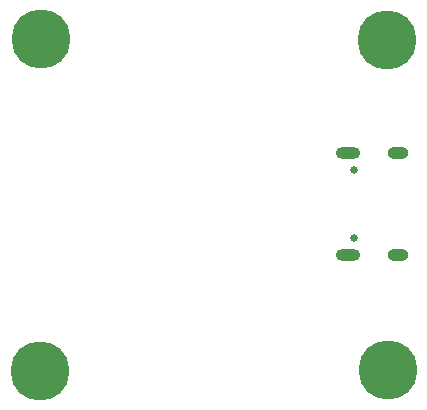
<source format=gbs>
G04 #@! TF.GenerationSoftware,KiCad,Pcbnew,9.0.1*
G04 #@! TF.CreationDate,2025-04-29T03:14:40+06:00*
G04 #@! TF.ProjectId,stm32f401,73746d33-3266-4343-9031-2e6b69636164,rev?*
G04 #@! TF.SameCoordinates,Original*
G04 #@! TF.FileFunction,Soldermask,Bot*
G04 #@! TF.FilePolarity,Negative*
%FSLAX46Y46*%
G04 Gerber Fmt 4.6, Leading zero omitted, Abs format (unit mm)*
G04 Created by KiCad (PCBNEW 9.0.1) date 2025-04-29 03:14:40*
%MOMM*%
%LPD*%
G01*
G04 APERTURE LIST*
%ADD10O,1.800000X1.000000*%
%ADD11O,2.100000X1.000000*%
%ADD12C,0.650000*%
%ADD13C,0.800000*%
%ADD14C,5.000000*%
G04 APERTURE END LIST*
D10*
G04 #@! TO.C,J1*
X73645000Y-63050000D03*
D11*
X69465000Y-63050000D03*
D10*
X73645000Y-71690000D03*
D11*
X69465000Y-71690000D03*
D12*
X69965000Y-64480000D03*
X69965000Y-70260000D03*
G04 #@! TD*
D13*
G04 #@! TO.C,H4*
X43340000Y-79615000D03*
X44665825Y-80164175D03*
X42014175Y-80164175D03*
X45215000Y-81490000D03*
D14*
X43340000Y-81490000D03*
D13*
X41465000Y-81490000D03*
X44665825Y-82815825D03*
X42014175Y-82815825D03*
X43340000Y-83365000D03*
G04 #@! TD*
G04 #@! TO.C,H3*
X72820000Y-83285000D03*
X71494175Y-82735825D03*
X74145825Y-82735825D03*
X70945000Y-81410000D03*
D14*
X72820000Y-81410000D03*
D13*
X74695000Y-81410000D03*
X71494175Y-80084175D03*
X74145825Y-80084175D03*
X72820000Y-79535000D03*
G04 #@! TD*
G04 #@! TO.C,H2*
X43410000Y-55295000D03*
X42084175Y-54745825D03*
X44735825Y-54745825D03*
X41535000Y-53420000D03*
D14*
X43410000Y-53420000D03*
D13*
X45285000Y-53420000D03*
X42084175Y-52094175D03*
X44735825Y-52094175D03*
X43410000Y-51545000D03*
G04 #@! TD*
G04 #@! TO.C,H1*
X74635000Y-53470000D03*
X74085825Y-54795825D03*
X74085825Y-52144175D03*
X72760000Y-55345000D03*
D14*
X72760000Y-53470000D03*
D13*
X72760000Y-51595000D03*
X71434175Y-54795825D03*
X71434175Y-52144175D03*
X70885000Y-53470000D03*
G04 #@! TD*
M02*

</source>
